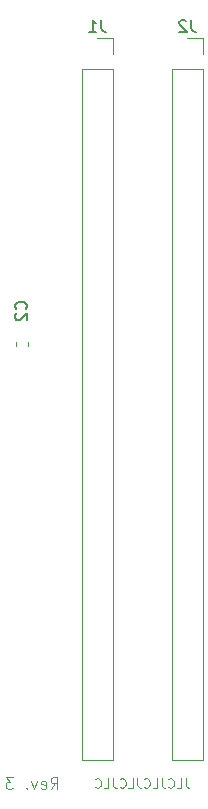
<source format=gbr>
G04 #@! TF.GenerationSoftware,KiCad,Pcbnew,8.0.4+dfsg-1*
G04 #@! TF.CreationDate,2024-12-10T11:11:48+09:00*
G04 #@! TF.ProjectId,bionic-z80,62696f6e-6963-42d7-9a38-302e6b696361,3*
G04 #@! TF.SameCoordinates,Original*
G04 #@! TF.FileFunction,Legend,Bot*
G04 #@! TF.FilePolarity,Positive*
%FSLAX46Y46*%
G04 Gerber Fmt 4.6, Leading zero omitted, Abs format (unit mm)*
G04 Created by KiCad (PCBNEW 8.0.4+dfsg-1) date 2024-12-10 11:11:48*
%MOMM*%
%LPD*%
G01*
G04 APERTURE LIST*
%ADD10C,0.100000*%
%ADD11C,0.125000*%
%ADD12C,0.150000*%
%ADD13C,0.120000*%
G04 APERTURE END LIST*
D10*
X117395238Y-136406895D02*
X117395238Y-136978323D01*
X117395238Y-136978323D02*
X117433333Y-137092609D01*
X117433333Y-137092609D02*
X117509524Y-137168800D01*
X117509524Y-137168800D02*
X117623809Y-137206895D01*
X117623809Y-137206895D02*
X117700000Y-137206895D01*
X116633333Y-137206895D02*
X117014285Y-137206895D01*
X117014285Y-137206895D02*
X117014285Y-136406895D01*
X115909523Y-137130704D02*
X115947619Y-137168800D01*
X115947619Y-137168800D02*
X116061904Y-137206895D01*
X116061904Y-137206895D02*
X116138095Y-137206895D01*
X116138095Y-137206895D02*
X116252381Y-137168800D01*
X116252381Y-137168800D02*
X116328571Y-137092609D01*
X116328571Y-137092609D02*
X116366666Y-137016419D01*
X116366666Y-137016419D02*
X116404762Y-136864038D01*
X116404762Y-136864038D02*
X116404762Y-136749752D01*
X116404762Y-136749752D02*
X116366666Y-136597371D01*
X116366666Y-136597371D02*
X116328571Y-136521180D01*
X116328571Y-136521180D02*
X116252381Y-136444990D01*
X116252381Y-136444990D02*
X116138095Y-136406895D01*
X116138095Y-136406895D02*
X116061904Y-136406895D01*
X116061904Y-136406895D02*
X115947619Y-136444990D01*
X115947619Y-136444990D02*
X115909523Y-136483085D01*
X115338095Y-136406895D02*
X115338095Y-136978323D01*
X115338095Y-136978323D02*
X115376190Y-137092609D01*
X115376190Y-137092609D02*
X115452381Y-137168800D01*
X115452381Y-137168800D02*
X115566666Y-137206895D01*
X115566666Y-137206895D02*
X115642857Y-137206895D01*
X114576190Y-137206895D02*
X114957142Y-137206895D01*
X114957142Y-137206895D02*
X114957142Y-136406895D01*
X113852380Y-137130704D02*
X113890476Y-137168800D01*
X113890476Y-137168800D02*
X114004761Y-137206895D01*
X114004761Y-137206895D02*
X114080952Y-137206895D01*
X114080952Y-137206895D02*
X114195238Y-137168800D01*
X114195238Y-137168800D02*
X114271428Y-137092609D01*
X114271428Y-137092609D02*
X114309523Y-137016419D01*
X114309523Y-137016419D02*
X114347619Y-136864038D01*
X114347619Y-136864038D02*
X114347619Y-136749752D01*
X114347619Y-136749752D02*
X114309523Y-136597371D01*
X114309523Y-136597371D02*
X114271428Y-136521180D01*
X114271428Y-136521180D02*
X114195238Y-136444990D01*
X114195238Y-136444990D02*
X114080952Y-136406895D01*
X114080952Y-136406895D02*
X114004761Y-136406895D01*
X114004761Y-136406895D02*
X113890476Y-136444990D01*
X113890476Y-136444990D02*
X113852380Y-136483085D01*
X113280952Y-136406895D02*
X113280952Y-136978323D01*
X113280952Y-136978323D02*
X113319047Y-137092609D01*
X113319047Y-137092609D02*
X113395238Y-137168800D01*
X113395238Y-137168800D02*
X113509523Y-137206895D01*
X113509523Y-137206895D02*
X113585714Y-137206895D01*
X112519047Y-137206895D02*
X112899999Y-137206895D01*
X112899999Y-137206895D02*
X112899999Y-136406895D01*
X111795237Y-137130704D02*
X111833333Y-137168800D01*
X111833333Y-137168800D02*
X111947618Y-137206895D01*
X111947618Y-137206895D02*
X112023809Y-137206895D01*
X112023809Y-137206895D02*
X112138095Y-137168800D01*
X112138095Y-137168800D02*
X112214285Y-137092609D01*
X112214285Y-137092609D02*
X112252380Y-137016419D01*
X112252380Y-137016419D02*
X112290476Y-136864038D01*
X112290476Y-136864038D02*
X112290476Y-136749752D01*
X112290476Y-136749752D02*
X112252380Y-136597371D01*
X112252380Y-136597371D02*
X112214285Y-136521180D01*
X112214285Y-136521180D02*
X112138095Y-136444990D01*
X112138095Y-136444990D02*
X112023809Y-136406895D01*
X112023809Y-136406895D02*
X111947618Y-136406895D01*
X111947618Y-136406895D02*
X111833333Y-136444990D01*
X111833333Y-136444990D02*
X111795237Y-136483085D01*
X111223809Y-136406895D02*
X111223809Y-136978323D01*
X111223809Y-136978323D02*
X111261904Y-137092609D01*
X111261904Y-137092609D02*
X111338095Y-137168800D01*
X111338095Y-137168800D02*
X111452380Y-137206895D01*
X111452380Y-137206895D02*
X111528571Y-137206895D01*
X110461904Y-137206895D02*
X110842856Y-137206895D01*
X110842856Y-137206895D02*
X110842856Y-136406895D01*
X109738094Y-137130704D02*
X109776190Y-137168800D01*
X109776190Y-137168800D02*
X109890475Y-137206895D01*
X109890475Y-137206895D02*
X109966666Y-137206895D01*
X109966666Y-137206895D02*
X110080952Y-137168800D01*
X110080952Y-137168800D02*
X110157142Y-137092609D01*
X110157142Y-137092609D02*
X110195237Y-137016419D01*
X110195237Y-137016419D02*
X110233333Y-136864038D01*
X110233333Y-136864038D02*
X110233333Y-136749752D01*
X110233333Y-136749752D02*
X110195237Y-136597371D01*
X110195237Y-136597371D02*
X110157142Y-136521180D01*
X110157142Y-136521180D02*
X110080952Y-136444990D01*
X110080952Y-136444990D02*
X109966666Y-136406895D01*
X109966666Y-136406895D02*
X109890475Y-136406895D01*
X109890475Y-136406895D02*
X109776190Y-136444990D01*
X109776190Y-136444990D02*
X109738094Y-136483085D01*
D11*
X105950240Y-137308119D02*
X106283573Y-136831928D01*
X106521668Y-137308119D02*
X106521668Y-136308119D01*
X106521668Y-136308119D02*
X106140716Y-136308119D01*
X106140716Y-136308119D02*
X106045478Y-136355738D01*
X106045478Y-136355738D02*
X105997859Y-136403357D01*
X105997859Y-136403357D02*
X105950240Y-136498595D01*
X105950240Y-136498595D02*
X105950240Y-136641452D01*
X105950240Y-136641452D02*
X105997859Y-136736690D01*
X105997859Y-136736690D02*
X106045478Y-136784309D01*
X106045478Y-136784309D02*
X106140716Y-136831928D01*
X106140716Y-136831928D02*
X106521668Y-136831928D01*
X105140716Y-137260500D02*
X105235954Y-137308119D01*
X105235954Y-137308119D02*
X105426430Y-137308119D01*
X105426430Y-137308119D02*
X105521668Y-137260500D01*
X105521668Y-137260500D02*
X105569287Y-137165261D01*
X105569287Y-137165261D02*
X105569287Y-136784309D01*
X105569287Y-136784309D02*
X105521668Y-136689071D01*
X105521668Y-136689071D02*
X105426430Y-136641452D01*
X105426430Y-136641452D02*
X105235954Y-136641452D01*
X105235954Y-136641452D02*
X105140716Y-136689071D01*
X105140716Y-136689071D02*
X105093097Y-136784309D01*
X105093097Y-136784309D02*
X105093097Y-136879547D01*
X105093097Y-136879547D02*
X105569287Y-136974785D01*
X104759763Y-136641452D02*
X104521668Y-137308119D01*
X104521668Y-137308119D02*
X104283573Y-136641452D01*
X103902620Y-137212880D02*
X103855001Y-137260500D01*
X103855001Y-137260500D02*
X103902620Y-137308119D01*
X103902620Y-137308119D02*
X103950239Y-137260500D01*
X103950239Y-137260500D02*
X103902620Y-137212880D01*
X103902620Y-137212880D02*
X103902620Y-137308119D01*
X102759763Y-136308119D02*
X102140716Y-136308119D01*
X102140716Y-136308119D02*
X102474049Y-136689071D01*
X102474049Y-136689071D02*
X102331192Y-136689071D01*
X102331192Y-136689071D02*
X102235954Y-136736690D01*
X102235954Y-136736690D02*
X102188335Y-136784309D01*
X102188335Y-136784309D02*
X102140716Y-136879547D01*
X102140716Y-136879547D02*
X102140716Y-137117642D01*
X102140716Y-137117642D02*
X102188335Y-137212880D01*
X102188335Y-137212880D02*
X102235954Y-137260500D01*
X102235954Y-137260500D02*
X102331192Y-137308119D01*
X102331192Y-137308119D02*
X102616906Y-137308119D01*
X102616906Y-137308119D02*
X102712144Y-137260500D01*
X102712144Y-137260500D02*
X102759763Y-137212880D01*
D12*
X110223333Y-72204819D02*
X110223333Y-72919104D01*
X110223333Y-72919104D02*
X110270952Y-73061961D01*
X110270952Y-73061961D02*
X110366190Y-73157200D01*
X110366190Y-73157200D02*
X110509047Y-73204819D01*
X110509047Y-73204819D02*
X110604285Y-73204819D01*
X109223333Y-73204819D02*
X109794761Y-73204819D01*
X109509047Y-73204819D02*
X109509047Y-72204819D01*
X109509047Y-72204819D02*
X109604285Y-72347676D01*
X109604285Y-72347676D02*
X109699523Y-72442914D01*
X109699523Y-72442914D02*
X109794761Y-72490533D01*
X117843333Y-72204819D02*
X117843333Y-72919104D01*
X117843333Y-72919104D02*
X117890952Y-73061961D01*
X117890952Y-73061961D02*
X117986190Y-73157200D01*
X117986190Y-73157200D02*
X118129047Y-73204819D01*
X118129047Y-73204819D02*
X118224285Y-73204819D01*
X117414761Y-72300057D02*
X117367142Y-72252438D01*
X117367142Y-72252438D02*
X117271904Y-72204819D01*
X117271904Y-72204819D02*
X117033809Y-72204819D01*
X117033809Y-72204819D02*
X116938571Y-72252438D01*
X116938571Y-72252438D02*
X116890952Y-72300057D01*
X116890952Y-72300057D02*
X116843333Y-72395295D01*
X116843333Y-72395295D02*
X116843333Y-72490533D01*
X116843333Y-72490533D02*
X116890952Y-72633390D01*
X116890952Y-72633390D02*
X117462380Y-73204819D01*
X117462380Y-73204819D02*
X116843333Y-73204819D01*
X103848780Y-96655733D02*
X103896400Y-96608114D01*
X103896400Y-96608114D02*
X103944019Y-96465257D01*
X103944019Y-96465257D02*
X103944019Y-96370019D01*
X103944019Y-96370019D02*
X103896400Y-96227162D01*
X103896400Y-96227162D02*
X103801161Y-96131924D01*
X103801161Y-96131924D02*
X103705923Y-96084305D01*
X103705923Y-96084305D02*
X103515447Y-96036686D01*
X103515447Y-96036686D02*
X103372590Y-96036686D01*
X103372590Y-96036686D02*
X103182114Y-96084305D01*
X103182114Y-96084305D02*
X103086876Y-96131924D01*
X103086876Y-96131924D02*
X102991638Y-96227162D01*
X102991638Y-96227162D02*
X102944019Y-96370019D01*
X102944019Y-96370019D02*
X102944019Y-96465257D01*
X102944019Y-96465257D02*
X102991638Y-96608114D01*
X102991638Y-96608114D02*
X103039257Y-96655733D01*
X103039257Y-97036686D02*
X102991638Y-97084305D01*
X102991638Y-97084305D02*
X102944019Y-97179543D01*
X102944019Y-97179543D02*
X102944019Y-97417638D01*
X102944019Y-97417638D02*
X102991638Y-97512876D01*
X102991638Y-97512876D02*
X103039257Y-97560495D01*
X103039257Y-97560495D02*
X103134495Y-97608114D01*
X103134495Y-97608114D02*
X103229733Y-97608114D01*
X103229733Y-97608114D02*
X103372590Y-97560495D01*
X103372590Y-97560495D02*
X103944019Y-96989067D01*
X103944019Y-96989067D02*
X103944019Y-97608114D01*
D13*
X109890000Y-73750000D02*
X111220000Y-73750000D01*
X111220000Y-73750000D02*
X111220000Y-75080000D01*
X111220000Y-134830000D02*
X111220000Y-76350000D01*
X108560000Y-76350000D02*
X111220000Y-76350000D01*
X108560000Y-134830000D02*
X111220000Y-134830000D01*
X108560000Y-134830000D02*
X108560000Y-76350000D01*
X117510000Y-73750000D02*
X118840000Y-73750000D01*
X118840000Y-73750000D02*
X118840000Y-75080000D01*
X118840000Y-134830000D02*
X118840000Y-76350000D01*
X116180000Y-76350000D02*
X118840000Y-76350000D01*
X116180000Y-134830000D02*
X118840000Y-134830000D01*
X116180000Y-134830000D02*
X116180000Y-76350000D01*
X103999200Y-99470133D02*
X103999200Y-99762667D01*
X102979200Y-99470133D02*
X102979200Y-99762667D01*
M02*

</source>
